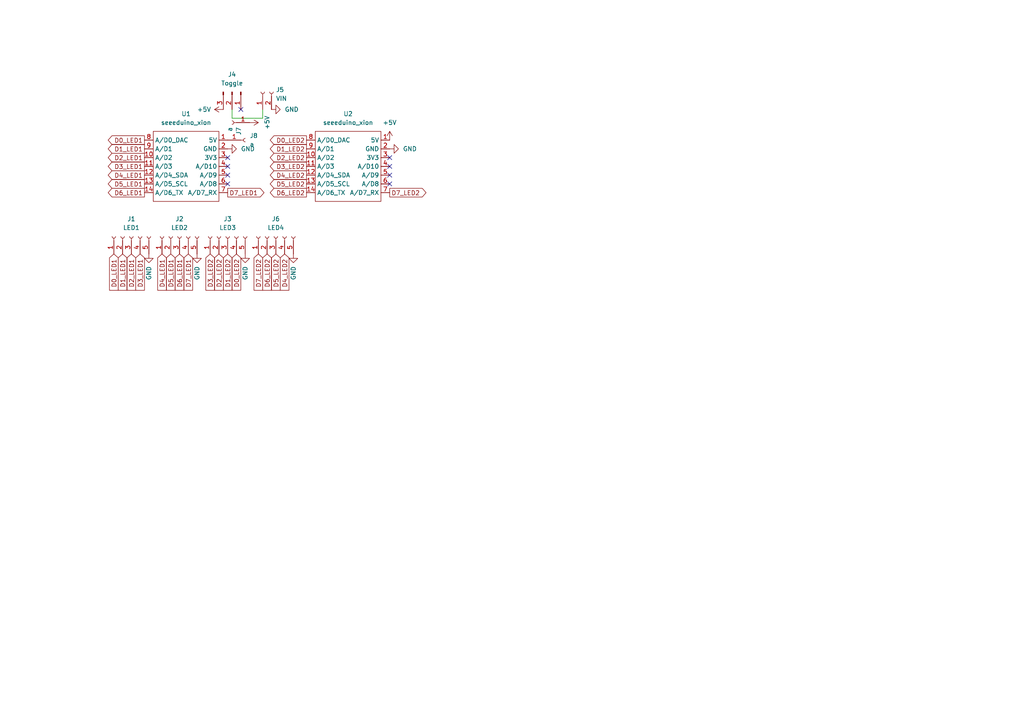
<source format=kicad_sch>
(kicad_sch (version 20211123) (generator eeschema)
  (paper "A4")
  (lib_symbols
    (symbol "Connector:Conn_01x01_Female" (pin_names (offset 1.016) hide)
      (property "Reference" "J" (at 0 2.54 0))
      (property "Value" "Conn_01x01_Female" (at 0 -2.54 0))
      (symbol "Conn_01x01_Female_1_1"
        (polyline (pts (xy -1.27 0) (xy -0.508 0)) (stroke (width 0.1524)))
        (arc (start 0 0.508) (mid -0.508 0) (end 0 -0.508) (stroke (width 0.1524)))
        (pin passive line (at -5.08 0 0) (length 3.81) (name "Pin_1") (number "1"))
      )
    )
    (symbol "Connector:Conn_01x02_Female" (pin_names (offset 1.016) hide)
      (property "Reference" "J" (at 0 2.54 0))
      (property "Value" "Conn_01x02_Female" (at 0 -5.08 0))
      (symbol "Conn_01x02_Female_1_1"
        (arc (start 0 -2.032) (mid -0.508 -2.54) (end 0 -3.048) (stroke (width 0.1524)))
        (polyline (pts (xy -1.27 -2.54) (xy -0.508 -2.54)) (stroke (width 0.1524)))
        (polyline (pts (xy -1.27 0) (xy -0.508 0)) (stroke (width 0.1524)))
        (arc (start 0 0.508) (mid -0.508 0) (end 0 -0.508) (stroke (width 0.1524)))
        (pin passive line (at -5.08 0 0) (length 3.81) (name "Pin_1") (number "1"))
        (pin passive line (at -5.08 -2.54 0) (length 3.81) (name "Pin_2") (number "2"))
      )
    )
    (symbol "Connector:Conn_01x03_Male" (pin_names (offset 1.016) hide)
      (property "Reference" "J" (at 0 5.08 0))
      (property "Value" "Conn_01x03_Male" (at 0 -5.08 0))
      (symbol "Conn_01x03_Male_1_1"
        (polyline (pts (xy 1.27 -2.54) (xy 0.8636 -2.54)) (stroke (width 0.1524)))
        (polyline (pts (xy 1.27 0) (xy 0.8636 0)) (stroke (width 0.1524)))
        (polyline (pts (xy 1.27 2.54) (xy 0.8636 2.54)) (stroke (width 0.1524)))
        (rectangle (start 0.8636 -2.413) (end 0 -2.667) (stroke (width 0.1524)) (fill (type outline)))
        (rectangle (start 0.8636 0.127) (end 0 -0.127) (stroke (width 0.1524)) (fill (type outline)))
        (rectangle (start 0.8636 2.667) (end 0 2.413) (stroke (width 0.1524)) (fill (type outline)))
        (pin passive line (at 5.08 2.54 180) (length 3.81) (name "Pin_1") (number "1"))
        (pin passive line (at 5.08 0 180) (length 3.81) (name "Pin_2") (number "2"))
        (pin passive line (at 5.08 -2.54 180) (length 3.81) (name "Pin_3") (number "3"))
      )
    )
    (symbol "Connector:Conn_01x05_Female" (pin_names (offset 1.016) hide)
      (property "Reference" "J" (at 0 7.62 0))
      (property "Value" "Conn_01x05_Female" (at 0 -7.62 0))
      (symbol "Conn_01x05_Female_1_1"
        (arc (start 0 -4.572) (mid -0.508 -5.08) (end 0 -5.588) (stroke (width 0.1524)))
        (arc (start 0 -2.032) (mid -0.508 -2.54) (end 0 -3.048) (stroke (width 0.1524)))
        (polyline (pts (xy -1.27 -5.08) (xy -0.508 -5.08)) (stroke (width 0.1524)))
        (polyline (pts (xy -1.27 -2.54) (xy -0.508 -2.54)) (stroke (width 0.1524)))
        (polyline (pts (xy -1.27 0) (xy -0.508 0)) (stroke (width 0.1524)))
        (polyline (pts (xy -1.27 2.54) (xy -0.508 2.54)) (stroke (width 0.1524)))
        (polyline (pts (xy -1.27 5.08) (xy -0.508 5.08)) (stroke (width 0.1524)))
        (arc (start 0 0.508) (mid -0.508 0) (end 0 -0.508) (stroke (width 0.1524)))
        (arc (start 0 3.048) (mid -0.508 2.54) (end 0 2.032) (stroke (width 0.1524)))
        (arc (start 0 5.588) (mid -0.508 5.08) (end 0 4.572) (stroke (width 0.1524)))
        (pin passive line (at -5.08 5.08 0) (length 3.81) (name "Pin_1") (number "1"))
        (pin passive line (at -5.08 2.54 0) (length 3.81) (name "Pin_2") (number "2"))
        (pin passive line (at -5.08 0 0) (length 3.81) (name "Pin_3") (number "3"))
        (pin passive line (at -5.08 -2.54 0) (length 3.81) (name "Pin_4") (number "4"))
        (pin passive line (at -5.08 -5.08 0) (length 3.81) (name "Pin_5") (number "5"))
      )
    )
    (symbol "power:+5V" (power) (pin_names (offset 0))
      (property "Value" "+5V" (at 0 3.556 0))
      (symbol "+5V_0_1"
        (polyline (pts (xy -0.762 1.27) (xy 0 2.54)))
        (polyline (pts (xy 0 0) (xy 0 2.54)))
        (polyline (pts (xy 0 2.54) (xy 0.762 1.27)))
      )
      (symbol "+5V_1_1"
        (pin power_in line (at 0 0 90) (length 0) hide (name "+5V") (number "1"))
      )
    )
    (symbol "power:GND" (power) (pin_names (offset 0))
      (property "Value" "GND" (at 0 -3.81 0))
      (symbol "GND_0_1"
        (polyline (pts (xy 0 0) (xy 0 -1.27) (xy 1.27 -1.27) (xy 0 -2.54) (xy -1.27 -1.27) (xy 0 -1.27)))
      )
      (symbol "GND_1_1"
        (pin power_in line (at 0 0 270) (length 0) hide (name "GND") (number "1"))
      )
    )
    (symbol "seeeduino_xiao:seeeduino_xion"
      (property "Reference" "U" (at 0 0 0))
      (property "Value" "seeeduino_xion" (at 0 0 0))
      (symbol "seeeduino_xion_0_1"
        (rectangle (start -10.16 -1.27) (end 8.89 -21.59))
      )
      (symbol "seeeduino_xion_1_1"
        (pin input line (at 11.43 -3.81 180) (length 2.54) (name "5V") (number "1"))
        (pin input line (at -12.7 -8.89 0) (length 2.54) (name "A/D2") (number "10"))
        (pin input line (at -12.7 -11.43 0) (length 2.54) (name "A/D3") (number "11"))
        (pin input line (at -12.7 -13.97 0) (length 2.54) (name "A/D4_SDA") (number "12"))
        (pin input line (at -12.7 -16.51 0) (length 2.54) (name "A/D5_SCL") (number "13"))
        (pin input line (at -12.7 -19.05 0) (length 2.54) (name "A/D6_TX") (number "14"))
        (pin input line (at 11.43 -6.35 180) (length 2.54) (name "GND") (number "2"))
        (pin input line (at 11.43 -8.89 180) (length 2.54) (name "3V3") (number "3"))
        (pin input line (at 11.43 -11.43 180) (length 2.54) (name "A/D10") (number "4"))
        (pin input line (at 11.43 -13.97 180) (length 2.54) (name "A/D9") (number "5"))
        (pin input line (at 11.43 -16.51 180) (length 2.54) (name "A/D8") (number "6"))
        (pin input line (at 11.43 -19.05 180) (length 2.54) (name "A/D7_RX") (number "7"))
        (pin input line (at -12.7 -3.81 0) (length 2.54) (name "A/D0_DAC") (number "8"))
        (pin input line (at -12.7 -6.35 0) (length 2.54) (name "A/D1") (number "9"))
      )
    )
  )
  (no_connect (at 113.03 48.26))
  (no_connect (at 66.04 48.26))
  (no_connect (at 113.03 53.34))
  (no_connect (at 66.04 45.72))
  (no_connect (at 69.85 31.75))
  (no_connect (at 66.04 50.8))
  (no_connect (at 66.04 53.34))
  (no_connect (at 113.03 45.72))
  (no_connect (at 113.03 50.8))
  (wire (pts (xy 67.31 34.29) (xy 76.2 34.29)))
  (wire (pts (xy 67.31 31.75) (xy 67.31 34.29)))
  (wire (pts (xy 76.2 34.29) (xy 76.2 31.75)))
  (global_label "D4_LED2" (shape input) (at 82.55 73.66 270) (property "Intersheet References" "${INTERSHEET_REFS}" (effects hide)))
  (global_label "D1_LED2" (shape input) (at 66.04 73.66 270) (property "Intersheet References" "${INTERSHEET_REFS}" (effects hide)))
  (global_label "D5_LED2" (shape output) (at 88.9 53.34 180) (property "Intersheet References" "${INTERSHEET_REFS}" (effects hide)))
  (global_label "D6_LED2" (shape input) (at 77.47 73.66 270) (property "Intersheet References" "${INTERSHEET_REFS}" (effects hide)))
  (global_label "D0_LED2" (shape output) (at 88.9 40.64 180) (property "Intersheet References" "${INTERSHEET_REFS}" (effects hide)))
  (global_label "D4_LED1" (shape input) (at 46.99 73.66 270) (property "Intersheet References" "${INTERSHEET_REFS}" (effects hide)))
  (global_label "D6_LED1" (shape input) (at 52.07 73.66 270) (property "Intersheet References" "${INTERSHEET_REFS}" (effects hide)))
  (global_label "D7_LED1" (shape input) (at 54.61 73.66 270) (property "Intersheet References" "${INTERSHEET_REFS}" (effects hide)))
  (global_label "D1_LED1" (shape output) (at 41.91 43.18 180) (property "Intersheet References" "${INTERSHEET_REFS}" (effects hide)))
  (global_label "D6_LED1" (shape output) (at 41.91 55.88 180) (property "Intersheet References" "${INTERSHEET_REFS}" (effects hide)))
  (global_label "D5_LED1" (shape input) (at 49.53 73.66 270) (property "Intersheet References" "${INTERSHEET_REFS}" (effects hide)))
  (global_label "D0_LED1" (shape output) (at 41.91 40.64 180) (property "Intersheet References" "${INTERSHEET_REFS}" (effects hide)))
  (global_label "D1_LED2" (shape output) (at 88.9 43.18 180) (property "Intersheet References" "${INTERSHEET_REFS}" (effects hide)))
  (global_label "D7_LED1" (shape output) (at 66.04 55.88 0) (property "Intersheet References" "${INTERSHEET_REFS}" (effects hide)))
  (global_label "D6_LED2" (shape output) (at 88.9 55.88 180) (property "Intersheet References" "${INTERSHEET_REFS}" (effects hide)))
  (global_label "D3_LED1" (shape output) (at 41.91 48.26 180) (property "Intersheet References" "${INTERSHEET_REFS}" (effects hide)))
  (global_label "D3_LED2" (shape input) (at 60.96 73.66 270) (property "Intersheet References" "${INTERSHEET_REFS}" (effects hide)))
  (global_label "D1_LED1" (shape input) (at 35.56 73.66 270) (property "Intersheet References" "${INTERSHEET_REFS}" (effects hide)))
  (global_label "D5_LED2" (shape input) (at 80.01 73.66 270) (property "Intersheet References" "${INTERSHEET_REFS}" (effects hide)))
  (global_label "D7_LED2" (shape output) (at 113.03 55.88 0) (property "Intersheet References" "${INTERSHEET_REFS}" (effects hide)))
  (global_label "D3_LED1" (shape input) (at 40.64 73.66 270) (property "Intersheet References" "${INTERSHEET_REFS}" (effects hide)))
  (global_label "D2_LED1" (shape output) (at 41.91 45.72 180) (property "Intersheet References" "${INTERSHEET_REFS}" (effects hide)))
  (global_label "D3_LED2" (shape output) (at 88.9 48.26 180) (property "Intersheet References" "${INTERSHEET_REFS}" (effects hide)))
  (global_label "D0_LED1" (shape input) (at 33.02 73.66 270) (property "Intersheet References" "${INTERSHEET_REFS}" (effects hide)))
  (global_label "D0_LED2" (shape input) (at 68.58 73.66 270) (property "Intersheet References" "${INTERSHEET_REFS}" (effects hide)))
  (global_label "D4_LED1" (shape output) (at 41.91 50.8 180) (property "Intersheet References" "${INTERSHEET_REFS}" (effects hide)))
  (global_label "D4_LED2" (shape output) (at 88.9 50.8 180) (property "Intersheet References" "${INTERSHEET_REFS}" (effects hide)))
  (global_label "D2_LED2" (shape output) (at 88.9 45.72 180) (property "Intersheet References" "${INTERSHEET_REFS}" (effects hide)))
  (global_label "D2_LED1" (shape input) (at 38.1 73.66 270) (property "Intersheet References" "${INTERSHEET_REFS}" (effects hide)))
  (global_label "D5_LED1" (shape output) (at 41.91 53.34 180) (property "Intersheet References" "${INTERSHEET_REFS}" (effects hide)))
  (global_label "D2_LED2" (shape input) (at 63.5 73.66 270) (property "Intersheet References" "${INTERSHEET_REFS}" (effects hide)))
  (global_label "D7_LED2" (shape input) (at 74.93 73.66 270) (property "Intersheet References" "${INTERSHEET_REFS}" (effects hide)))
  (symbol (lib_id "power:GND") (at 85.09 73.66 0) (unit 1)
    (property "Reference" "#PWR0105" (effects hide))
    (property "Value" "GND" (at 85.09 81.28 90) (effects (justify left)))
  )
  (symbol (lib_id "power:+5V") (at 64.77 31.75 90) (unit 1)
    (property "Reference" "#PWR0104" (effects hide))
    (property "Value" "+5V" (at 57.15 31.75 90) (effects (justify right)))
  )
  (symbol (lib_id "seeeduino_xiao:seeeduino_xion") (at 101.6 36.83 0) (unit 1)
    (property "Reference" "U2" (at 100.965 33.02 0))
    (property "Value" "seeeduino_xion" (at 100.965 35.56 0))
    (property "Footprint" "seeeduino_xiao:seeeduino_xiao" (effects hide))
  )
  (symbol (lib_id "Connector:Conn_01x02_Female") (at 76.2 26.67 90) (unit 1)
    (property "Reference" "J5" (at 80.01 26.0349 90) (effects (justify right)))
    (property "Value" "VIN" (at 80.01 28.5749 90) (effects (justify right)))
    (property "Footprint" "Connector_PinSocket_2.54mm:PinSocket_1x02_P2.54mm_Vertical" (effects hide))
  )
  (symbol (lib_id "seeeduino_xiao:seeeduino_xion") (at 54.61 36.83 0) (unit 1)
    (property "Reference" "U1" (at 53.975 33.02 0))
    (property "Value" "seeeduino_xion" (at 53.975 35.56 0))
    (property "Footprint" "seeeduino_xiao:seeeduino_xiao" (effects hide))
  )
  (symbol (lib_id "Connector:Conn_01x01_Female") (at 71.12 40.64 0) (unit 1)
    (property "Reference" "J8" (at 72.39 39.3699 0) (effects (justify left)))
    (property "Value" "a" (at 72.39 41.9099 0) (effects (justify left)))
    (property "Footprint" "Connector_PinSocket_2.54mm:PinSocket_1x01_P2.54mm_Vertical" (effects hide))
  )
  (symbol (lib_id "power:+5V") (at 72.39 35.56 270) (unit 1)
    (property "Reference" "#PWR0103" (effects hide))
    (property "Value" "+5V" (at 77.47 35.56 0))
  )
  (symbol (lib_id "Connector:Conn_01x01_Female") (at 67.31 35.56 180) (unit 1)
    (property "Reference" "J7" (at 69.2151 36.83 90) (effects (justify left)))
    (property "Value" "a" (at 66.6751 36.83 90) (effects (justify left)))
    (property "Footprint" "Connector_PinSocket_2.54mm:PinSocket_1x01_P2.54mm_Vertical" (effects hide))
  )
  (symbol (lib_id "Connector:Conn_01x03_Male") (at 67.31 26.67 270) (unit 1)
    (property "Reference" "J4" (at 67.31 21.59 90))
    (property "Value" "Toggle" (at 67.31 24.13 90))
    (property "Footprint" "Connector_PinSocket_2.54mm:PinSocket_1x03_P2.54mm_Vertical" (effects hide))
  )
  (symbol (lib_id "power:GND") (at 71.12 73.66 0) (unit 1)
    (property "Reference" "#PWR0106" (effects hide))
    (property "Value" "GND" (at 71.12 81.28 90) (effects (justify left)))
  )
  (symbol (lib_id "Connector:Conn_01x05_Female") (at 52.07 68.58 90) (unit 1)
    (property "Reference" "J2" (at 52.07 63.5 90))
    (property "Value" "LED2" (at 52.07 66.04 90))
    (property "Footprint" "Connector_PinSocket_2.54mm:PinSocket_1x05_P2.54mm_Vertical" (effects hide))
  )
  (symbol (lib_id "power:GND") (at 57.15 73.66 0) (unit 1)
    (property "Reference" "#PWR0102" (effects hide))
    (property "Value" "GND" (at 57.15 81.28 90) (effects (justify left)))
  )
  (symbol (lib_id "Connector:Conn_01x05_Female") (at 66.04 68.58 90) (unit 1)
    (property "Reference" "J3" (at 66.04 63.5 90))
    (property "Value" "LED3" (at 66.04 66.04 90))
    (property "Footprint" "Connector_PinSocket_2.54mm:PinSocket_1x05_P2.54mm_Vertical" (effects hide))
  )
  (symbol (lib_id "power:GND") (at 78.74 31.75 90) (unit 1)
    (property "Reference" "#PWR0110" (effects hide))
    (property "Value" "GND" (at 82.55 31.7499 90) (effects (justify right)))
  )
  (symbol (lib_id "power:GND") (at 66.04 43.18 90) (unit 1)
    (property "Reference" "#PWR0109" (effects hide))
    (property "Value" "GND" (at 69.85 43.1799 90) (effects (justify right)))
  )
  (symbol (lib_id "Connector:Conn_01x05_Female") (at 80.01 68.58 90) (unit 1)
    (property "Reference" "J6" (at 80.01 63.5 90))
    (property "Value" "LED4" (at 80.01 66.04 90))
    (property "Footprint" "Connector_PinSocket_2.54mm:PinSocket_1x05_P2.54mm_Vertical" (effects hide))
  )
  (symbol (lib_id "power:GND") (at 113.03 43.18 90) (unit 1)
    (property "Reference" "#PWR0108" (effects hide))
    (property "Value" "GND" (at 116.84 43.1799 90) (effects (justify right)))
  )
  (symbol (lib_id "Connector:Conn_01x05_Female") (at 38.1 68.58 90) (unit 1)
    (property "Reference" "J1" (at 38.1 63.5 90))
    (property "Value" "LED1" (at 38.1 66.04 90))
    (property "Footprint" "Connector_PinSocket_2.54mm:PinSocket_1x05_P2.54mm_Vertical" (effects hide))
  )
  (symbol (lib_id "power:GND") (at 43.18 73.66 0) (unit 1)
    (property "Reference" "#PWR0101" (effects hide))
    (property "Value" "GND" (at 43.18 81.28 90) (effects (justify left)))
  )
  (symbol (lib_id "power:+5V") (at 113.03 40.64 0) (unit 1)
    (property "Reference" "#PWR0107" (effects hide))
    (property "Value" "+5V" (at 113.03 35.56 0))
  )
)
</source>
